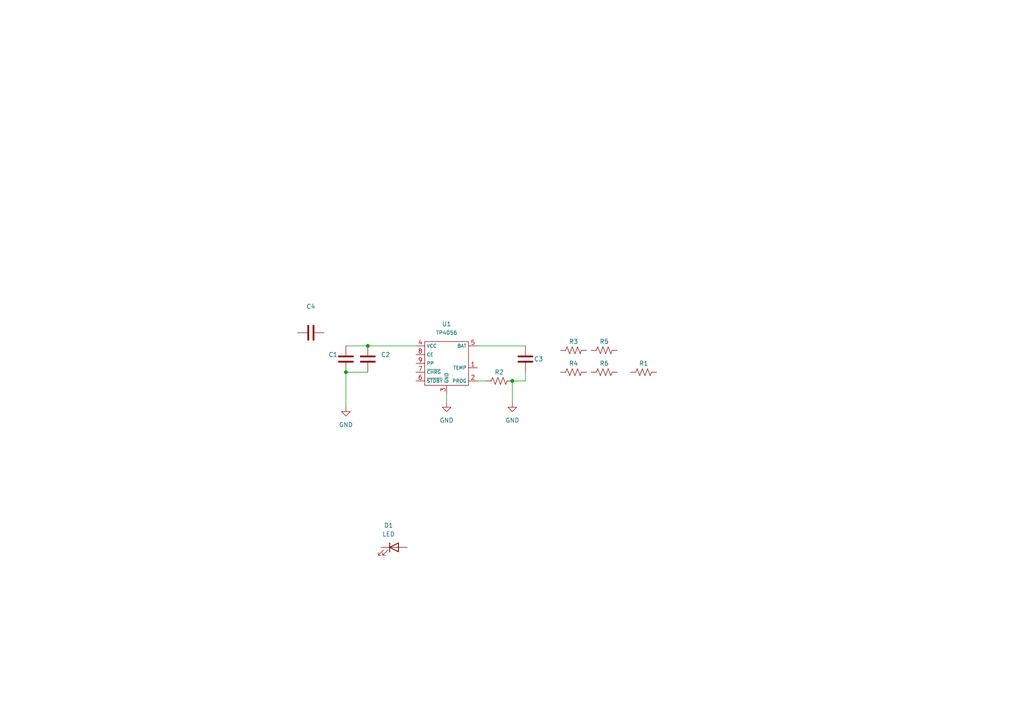
<source format=kicad_sch>
(kicad_sch (version 20230121) (generator eeschema)
  (paper "A4")
  (lib_symbols
    (symbol "Device:C" (pin_numbers hide) (pin_names (offset 0.254))
      (property "Reference" "C" (at 0.635 2.54 0))
      (property "Value" "C" (at 0.635 -2.54 0))
      (symbol "C_0_1"
        (polyline (pts (xy -2.032 -0.762) (xy 2.032 -0.762)) (stroke (width 0.508)))
        (polyline (pts (xy -2.032 0.762) (xy 2.032 0.762)) (stroke (width 0.508)))
      )
      (symbol "C_1_1"
        (pin passive line (at 0 3.81 270) (length 2.794) (name "~") (number "1"))
        (pin passive line (at 0 -3.81 90) (length 2.794) (name "~") (number "2"))
      )
    )
    (symbol "Device:LED" (pin_numbers hide) (pin_names (offset 1.016) hide)
      (property "Reference" "D" (at 0 2.54 0))
      (property "Value" "LED" (at 0 -2.54 0))
      (symbol "LED_0_1"
        (polyline (pts (xy -1.27 -1.27) (xy -1.27 1.27)) (stroke (width 0.254)))
        (polyline (pts (xy -1.27 0) (xy 1.27 0)))
        (polyline (pts (xy 1.27 -1.27) (xy 1.27 1.27) (xy -1.27 0) (xy 1.27 -1.27)) (stroke (width 0.254)))
        (polyline (pts (xy -3.048 -0.762) (xy -4.572 -2.286) (xy -3.81 -2.286) (xy -4.572 -2.286) (xy -4.572 -1.524)))
        (polyline (pts (xy -1.778 -0.762) (xy -3.302 -2.286) (xy -2.54 -2.286) (xy -3.302 -2.286) (xy -3.302 -1.524)))
      )
      (symbol "LED_1_1"
        (pin passive line (at -3.81 0 0) (length 2.54) (name "K") (number "1"))
        (pin passive line (at 3.81 0 180) (length 2.54) (name "A") (number "2"))
      )
    )
    (symbol "Device:R_US" (pin_numbers hide) (pin_names (offset 0))
      (property "Reference" "R" (at 2.54 0 90))
      (property "Value" "R_US" (at -2.54 0 90))
      (symbol "R_US_0_1"
        (polyline (pts (xy 0 -2.286) (xy 0 -2.54)))
        (polyline (pts (xy 0 2.286) (xy 0 2.54)))
        (polyline (pts (xy 0 -0.762) (xy 1.016 -1.143) (xy 0 -1.524) (xy -1.016 -1.905) (xy 0 -2.286)))
        (polyline (pts (xy 0 0.762) (xy 1.016 0.381) (xy 0 0) (xy -1.016 -0.381) (xy 0 -0.762)))
        (polyline (pts (xy 0 2.286) (xy 1.016 1.905) (xy 0 1.524) (xy -1.016 1.143) (xy 0 0.762)))
      )
      (symbol "R_US_1_1"
        (pin passive line (at 0 3.81 270) (length 1.27) (name "~") (number "1"))
        (pin passive line (at 0 -3.81 90) (length 1.27) (name "~") (number "2"))
      )
    )
    (symbol "power:GND" (power) (pin_names (offset 0))
      (property "Value" "GND" (at 0 -3.81 0))
      (symbol "GND_0_1"
        (polyline (pts (xy 0 0) (xy 0 -1.27) (xy 1.27 -1.27) (xy 0 -2.54) (xy -1.27 -1.27) (xy 0 -1.27)))
      )
      (symbol "GND_1_1"
        (pin power_in line (at 0 0 270) (length 0) hide (name "GND") (number "1"))
      )
    )
    (symbol "tp4056:TP4056"
      (property "Reference" "U" (at 1.27 13.97 0))
      (property "Value" "TP4056" (at 8.89 13.97 0))
      (symbol "TP4056_0_1"
        (rectangle (start 0 12.7) (end 12.7 0))
      )
      (symbol "TP4056_1_1"
        (pin input line (at 15.24 5.08 180) (length 2.54) (name "TEMP") (number "1"))
        (pin input line (at 15.24 1.27 180) (length 2.54) (name "PROG") (number "2"))
        (pin input line (at 6.35 -2.54 90) (length 2.54) (name "GND") (number "3"))
        (pin input line (at -2.54 11.43 0) (length 2.54) (name "VCC") (number "4"))
        (pin input line (at 15.24 11.43 180) (length 2.54) (name "BAT") (number "5"))
        (pin input line (at -2.54 1.27 0) (length 2.54) (name "~{STDBY}") (number "6"))
        (pin input line (at -2.54 3.81 0) (length 2.54) (name "~{CHRG}") (number "7"))
        (pin input line (at -2.54 8.89 0) (length 2.54) (name "CE") (number "8"))
        (pin input line (at -2.54 6.35 0) (length 2.54) (name "PP") (number "9"))
      )
    )
  )
  (junction (at 100.33 107.95))
  (junction (at 148.59 110.49))
  (junction (at 106.68 100.33))
  (wire (pts (xy 152.4 107.95) (xy 152.4 110.49)))
  (wire (pts (xy 138.43 100.33) (xy 152.4 100.33)))
  (wire (pts (xy 152.4 110.49) (xy 148.59 110.49)))
  (wire (pts (xy 148.59 110.49) (xy 148.59 116.84)))
  (wire (pts (xy 138.43 110.49) (xy 140.97 110.49)))
  (wire (pts (xy 100.33 107.95) (xy 100.33 118.11)))
  (wire (pts (xy 100.33 107.95) (xy 106.68 107.95)))
  (wire (pts (xy 100.33 100.33) (xy 106.68 100.33)))
  (wire (pts (xy 106.68 100.33) (xy 120.65 100.33)))
  (wire (pts (xy 129.54 114.3) (xy 129.54 116.84)))
  (symbol (lib_id "Device:C") (at 100.33 104.14 180) (unit 1)
    (property "Reference" "C1" (at 95.25 102.87 0) (effects (justify right)))
    (property "Value" "C" (effects hide))
  )
  (symbol (lib_id "Device:R_US") (at 186.69 107.95 90) (unit 1)
    (property "Reference" "R1" (at 186.69 105.41 90))
    (property "Value" "R_US" (effects hide))
  )
  (symbol (lib_id "Device:C") (at 106.68 104.14 180) (unit 1)
    (property "Reference" "C2" (at 110.49 102.87 0) (effects (justify right)))
    (property "Value" "C" (effects hide))
  )
  (symbol (lib_id "power:GND") (at 100.33 118.11 0) (unit 1)
    (property "Reference" "#PWR02" (effects hide))
    (property "Value" "GND" (at 100.33 123.19 0))
  )
  (symbol (lib_id "Device:C") (at 90.17 96.52 90) (unit 1)
    (property "Reference" "C4" (at 90.17 88.9 90))
    (property "Value" "C" (effects hide))
  )
  (symbol (lib_id "Device:R_US") (at 166.37 107.95 90) (unit 1)
    (property "Reference" "R4" (at 166.37 105.41 90))
    (property "Value" "R_US" (effects hide))
  )
  (symbol (lib_id "Device:R_US") (at 166.37 101.6 90) (unit 1)
    (property "Reference" "R3" (at 166.37 99.06 90))
    (property "Value" "R_US" (effects hide))
  )
  (symbol (lib_id "power:GND") (at 148.59 116.84 0) (unit 1)
    (property "Reference" "#PWR03" (effects hide))
    (property "Value" "GND" (at 148.59 121.92 0))
  )
  (symbol (lib_id "power:GND") (at 129.54 116.84 0) (unit 1)
    (property "Reference" "#PWR01" (effects hide))
    (property "Value" "GND" (at 129.54 121.92 0))
  )
  (symbol (lib_id "Device:LED") (at 114.3 158.75 0) (unit 1)
    (property "Reference" "D1" (at 112.7125 152.4 0))
    (property "Value" "LED" (at 112.7125 154.94 0))
  )
  (symbol (lib_id "Device:R_US") (at 175.26 107.95 90) (unit 1)
    (property "Reference" "R6" (at 175.26 105.41 90))
    (property "Value" "R_US" (effects hide))
  )
  (symbol (lib_id "tp4056:TP4056") (at 123.19 111.76 0) (unit 1)
    (property "Reference" "U1" (at 129.54 93.98 0))
    (property "Value" "TP4056" (at 129.54 96.52 0) (effects (font (size 1.1 1.1))))
    (property "Footprint" "Package_SO:SOIC-8-1EP_3.9x4.9mm_P1.27mm_EP2.29x3mm" (effects hide))
  )
  (symbol (lib_id "Device:R_US") (at 144.78 110.49 90) (unit 1)
    (property "Reference" "R2" (at 144.78 107.95 90))
    (property "Value" "R_US" (effects hide))
  )
  (symbol (lib_id "Device:C") (at 152.4 104.14 0) (unit 1)
    (property "Reference" "C3" (at 156.21 104.14 0))
    (property "Value" "C" (effects hide))
  )
  (symbol (lib_id "Device:R_US") (at 175.26 101.6 90) (unit 1)
    (property "Reference" "R5" (at 175.26 99.06 90))
    (property "Value" "R_US" (effects hide))
  )
)
</source>
